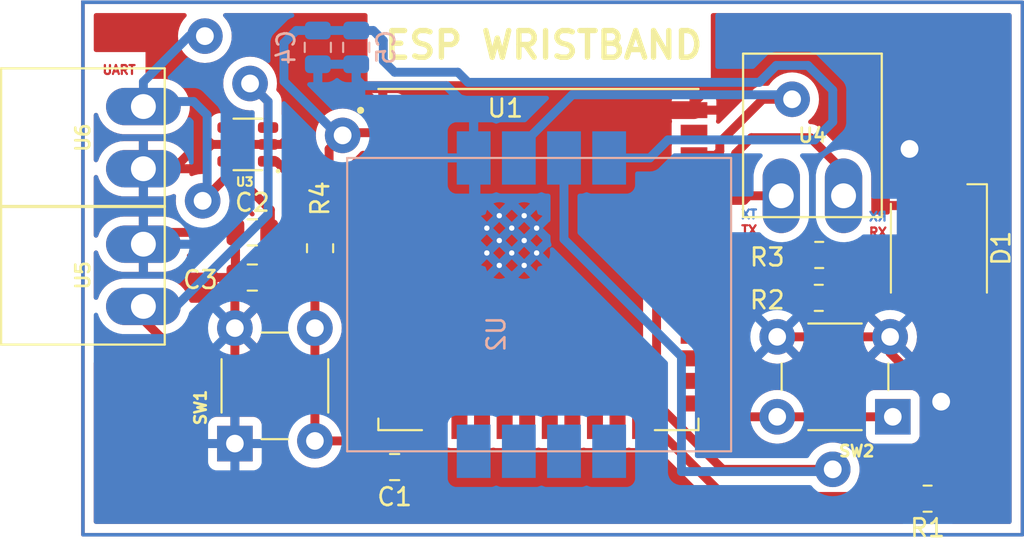
<source format=kicad_pcb>
(kicad_pcb (version 20211014) (generator pcbnew)
  (layers (0 "F.Cu" signal) (31 "B.Cu" signal) (34 "B.Paste" user) (35 "F.Paste" user) (36 "B.SilkS" user "B.Silkscreen") (37 "F.SilkS" user "F.Silkscreen") (38 "B.Mask" user) (39 "F.Mask" user) (44 "Edge.Cuts" user))
  (net 0 "")
  (net 1 "GND")
  (net 2 "Net-(C1-Pad2)")
  (net 3 "Net-(C2-Pad2)")
  (net 28 "Net-(U1-Pad34)")
  (net 29 "Net-(U1-Pad35)")
  (net 30 "Net-(U1-Pad36)")
  (net 32 "Net-(D1-Pad4)")
  (net 37 "Net-(R1-Pad2)")
  (net 38 "Net-(R2-Pad2)")
  (net 39 "Net-(R3-Pad2)")
  (net 40 "Net-(D1-Pad6)")
  (net 41 "Net-(SW2-Pad1)")
  (net 42 "Net-(D1-Pad5)")
  (net 43 "Net-(U1-Pad33)")
  (net 44 "Net-(U3-Pad1)")
  (footprint "MIC5504-2:SOT23-5P95_280X145XL45X37N" (layer "F.Cu") (at 147.066 59.817 180)
    (fp_text reference "U3" (at 0.174545 -2.111407) (layer "F.SilkS") (effects (font (size 0.481507 0.481507))))
    (fp_text value "MIC5504-2.5YM5-T5")
    (fp_line (start -0.8 1.45) (end 0.8 1.45) (layer "F.SilkS") (width 0.127))
    (fp_line (start 0.8 -1.45) (end -0.8 -1.45) (layer "F.SilkS") (width 0.127))
    (fp_circle (center -1.7 -1.5) (end -1.57 -1.5) (layer "F.SilkS") (width 0) (fill solid))
    (pad "1" smd roundrect locked (at -1.14 -0.95 270) (size 0.6 1.14) (layers "F.Cu" "F.Paste" "F.Mask") (roundrect_rratio 0.3) (net 44 "Net-(U3-Pad1)"))
    (pad "2" smd roundrect locked (at -1.14 0 270) (size 0.6 1.14) (layers "F.Cu" "F.Paste" "F.Mask") (roundrect_rratio 0.3) (net 1 "GND"))
    (pad "3" smd roundrect locked (at -1.14 0.95 270) (size 0.6 1.14) (layers "F.Cu" "F.Paste" "F.Mask") (roundrect_rratio 0.3) (net 44 "Net-(U3-Pad1)"))
    (pad "4" smd roundrect locked (at 1.14 0.95 270) (size 0.6 1.14) (layers "F.Cu" "F.Paste" "F.Mask") (roundrect_rratio 0.3))
    (pad "5" smd roundrect locked (at 1.14 -0.95 270) (size 0.6 1.14) (layers "F.Cu" "F.Paste" "F.Mask") (roundrect_rratio 0.3) (net 3 "Net-(C2-Pad2)"))
  )
  (footprint "Capacitor_SMD:C_0805_2012Metric" (layer "F.Cu") (at 147.32 64.77)
    (fp_text reference "C2" (at 0 -1.68) (layer "F.SilkS"))
    (fp_text value "22u")
    (fp_line (start -0.261252 -0.735) (end 0.261252 -0.735) (layer "F.SilkS") (width 0.12))
    (fp_line (start -0.261252 0.735) (end 0.261252 0.735) (layer "F.SilkS") (width 0.12))
    (pad "1" smd roundrect (at -0.95 0) (size 1 1.45) (layers "F.Cu" "F.Paste" "F.Mask") (net 1 "GND"))
    (pad "2" smd roundrect (at 0.95 0) (size 1 1.45) (layers "F.Cu" "F.Paste" "F.Mask") (net 3 "Net-(C2-Pad2)"))
  )
  (footprint "Capacitor_SMD:C_0805_2012Metric" (layer "F.Cu") (at 147.32 67.31)
    (fp_text reference "C3" (at -2.921 0.127) (layer "F.SilkS"))
    (fp_text value "100n")
    (fp_line (start -0.261252 0.735) (end 0.261252 0.735) (layer "F.SilkS") (width 0.12))
    (fp_line (start -0.261252 -0.735) (end 0.261252 -0.735) (layer "F.SilkS") (width 0.12))
    (pad "1" smd roundrect (at -0.95 0) (size 1 1.45) (layers "F.Cu" "F.Paste" "F.Mask") (net 1 "GND"))
    (pad "2" smd roundrect (at 0.95 0) (size 1 1.45) (layers "F.Cu" "F.Paste" "F.Mask") (net 3 "Net-(C2-Pad2)"))
  )
  (footprint "ESP32-WROOM-32UE_M113EH6400UH3Q0_:MODULE_ESP32-WROOM-32UE(M113EH6400UH3Q0)" (layer "F.Cu") (at 163.4075 66.298)
    (fp_text reference "U1" (at -1.8635 -8.513) (layer "F.SilkS"))
    (fp_text value "ESP32-WROOM-32UE(M113EH6400UH3Q0)")
    (fp_line (start -9 -9.6) (end 9 -9.6) (layer "F.SilkS") (width 0.127))
    (fp_line (start -9 8.95) (end -9 9.6) (layer "F.SilkS") (width 0.127))
    (fp_line (start 9 9.6) (end 9 8.95) (layer "F.SilkS") (width 0.127))
    (fp_line (start -9 9.6) (end -6.55 9.6) (layer "F.SilkS") (width 0.127))
    (fp_line (start 6.55 9.6) (end 9 9.6) (layer "F.SilkS") (width 0.127))
    (fp_circle (center -10 -8.4) (end -9.9 -8.4) (layer "F.SilkS") (width 0.2) (fill none))
    (pad "1" smd rect locked (at -8.75 -8.41) (size 1.5 0.9) (layers "F.Cu" "F.Paste" "F.Mask") (net 1 "GND"))
    (pad "2" smd rect locked (at -8.75 -7.14) (size 1.5 0.9) (layers "F.Cu" "F.Paste" "F.Mask") (net 3 "Net-(C2-Pad2)"))
    (pad "3" smd rect locked (at -8.75 -5.87) (size 1.5 0.9) (layers "F.Cu" "F.Paste" "F.Mask") (net 2 "Net-(C1-Pad2)"))
    (pad "4" smd rect locked (at -8.75 -4.6) (size 1.5 0.9) (layers "F.Cu" "F.Paste" "F.Mask"))
    (pad "5" smd rect locked (at -8.75 -3.33) (size 1.5 0.9) (layers "F.Cu" "F.Paste" "F.Mask"))
    (pad "6" smd rect locked (at -8.75 -2.06) (size 1.5 0.9) (layers "F.Cu" "F.Paste" "F.Mask"))
    (pad "7" smd rect locked (at -8.75 -0.79) (size 1.5 0.9) (layers "F.Cu" "F.Paste" "F.Mask"))
    (pad "8" smd rect locked (at -8.75 0.48) (size 1.5 0.9) (layers "F.Cu" "F.Paste" "F.Mask"))
    (pad "9" smd rect locked (at -8.75 1.75) (size 1.5 0.9) (layers "F.Cu" "F.Paste" "F.Mask"))
    (pad "10" smd rect locked (at -8.75 3.02) (size 1.5 0.9) (layers "F.Cu" "F.Paste" "F.Mask"))
    (pad "11" smd rect locked (at -8.75 4.29) (size 1.5 0.9) (layers "F.Cu" "F.Paste" "F.Mask"))
    (pad "12" smd rect locked (at -8.75 5.56) (size 1.5 0.9) (layers "F.Cu" "F.Paste" "F.Mask"))
    (pad "13" smd rect locked (at -8.75 6.83) (size 1.5 0.9) (layers "F.Cu" "F.Paste" "F.Mask"))
    (pad "14" smd rect locked (at -8.75 8.1) (size 1.5 0.9) (layers "F.Cu" "F.Paste" "F.Mask"))
    (pad "15" smd rect locked (at -5.71 9.35) (size 0.9 1.5) (layers "F.Cu" "F.Paste" "F.Mask") (net 1 "GND"))
    (pad "16" smd rect locked (at -4.44 9.35) (size 0.9 1.5) (layers "F.Cu" "F.Paste" "F.Mask"))
    (pad "17" smd rect locked (at -3.17 9.35) (size 0.9 1.5) (layers "F.Cu" "F.Paste" "F.Mask"))
    (pad "18" smd rect locked (at -1.9 9.35) (size 0.9 1.5) (layers "F.Cu" "F.Paste" "F.Mask"))
    (pad "19" smd rect locked (at -0.63 9.35) (size 0.9 1.5) (layers "F.Cu" "F.Paste" "F.Mask"))
    (pad "20" smd rect locked (at 0.64 9.35) (size 0.9 1.5) (layers "F.Cu" "F.Paste" "F.Mask"))
    (pad "21" smd rect locked (at 1.91 9.35) (size 0.9 1.5) (layers "F.Cu" "F.Paste" "F.Mask"))
    (pad "22" smd rect locked (at 3.18 9.35) (size 0.9 1.5) (layers "F.Cu" "F.Paste" "F.Mask"))
    (pad "23" smd rect locked (at 4.45 9.35) (size 0.9 1.5) (layers "F.Cu" "F.Paste" "F.Mask"))
    (pad "24" smd rect locked (at 5.72 9.35) (size 0.9 1.5) (layers "F.Cu" "F.Paste" "F.Mask") (net 37 "Net-(R1-Pad2)"))
    (pad "25" smd rect locked (at 8.75 8.1) (size 1.5 0.9) (layers "F.Cu" "F.Paste" "F.Mask") (net 41 "Net-(SW2-Pad1)"))
    (pad "26" smd rect locked (at 8.75 6.83) (size 1.5 0.9) (layers "F.Cu" "F.Paste" "F.Mask") (net 38 "Net-(R2-Pad2)"))
    (pad "27" smd rect locked (at 8.75 5.56) (size 1.5 0.9) (layers "F.Cu" "F.Paste" "F.Mask") (net 39 "Net-(R3-Pad2)"))
    (pad "28" smd rect locked (at 8.75 4.29) (size 1.5 0.9) (layers "F.Cu" "F.Paste" "F.Mask"))
    (pad "29" smd rect locked (at 8.75 3.02) (size 1.5 0.9) (layers "F.Cu" "F.Paste" "F.Mask"))
    (pad "30" smd rect locked (at 8.75 1.75) (size 1.5 0.9) (layers "F.Cu" "F.Paste" "F.Mask"))
    (pad "31" smd rect locked (at 8.75 0.48) (size 1.5 0.9) (layers "F.Cu" "F.Paste" "F.Mask"))
    (pad "32" smd rect locked (at 8.75 -0.79) (size 1.5 0.9) (layers "F.Cu" "F.Paste" "F.Mask"))
    (pad "33" smd rect locked (at 8.75 -2.06) (size 1.5 0.9) (layers "F.Cu" "F.Paste" "F.Mask") (net 43 "Net-(U1-Pad33)"))
    (pad "34" smd rect locked (at 8.75 -3.33) (size 1.5 0.9) (layers "F.Cu" "F.Paste" "F.Mask") (net 28 "Net-(U1-Pad34)"))
    (pad "35" smd rect locked (at 8.75 -4.6) (size 1.5 0.9) (layers "F.Cu" "F.Paste" "F.Mask") (net 29 "Net-(U1-Pad35)"))
    (pad "36" smd rect locked (at 8.75 -5.87) (size 1.5 0.9) (layers "F.Cu" "F.Paste" "F.Mask") (net 30 "Net-(U1-Pad36)"))
    (pad "37" smd rect locked (at 8.75 -7.14) (size 1.5 0.9) (layers "F.Cu" "F.Paste" "F.Mask"))
    (pad "38" smd rect locked (at 8.75 -8.41) (size 1.5 0.9) (layers "F.Cu" "F.Paste" "F.Mask") (net 1 "GND"))
    (pad "39_1" smd rect locked (at -2.9 -2.47) (size 0.9 0.9) (layers "F.Cu" "F.Paste" "F.Mask") (net 1 "GND"))
    (pad "39_2" smd rect locked (at -1.5 -2.47) (size 0.9 0.9) (layers "F.Cu" "F.Paste" "F.Mask") (net 1 "GND"))
    (pad "39_3" smd rect locked (at -0.1 -2.47) (size 0.9 0.9) (layers "F.Cu" "F.Paste" "F.Mask") (net 1 "GND"))
    (pad "39_4" smd rect locked (at -2.9 -1.07) (size 0.9 0.9) (layers "F.Cu" "F.Paste" "F.Mask") (net 1 "GND"))
    (pad "39_5" smd rect locked (at -1.5 -1.07) (size 0.9 0.9) (layers "F.Cu" "F.Paste" "F.Mask") (net 1 "GND"))
    (pad "39_6" smd rect locked (at -0.1 -1.07) (size 0.9 0.9) (layers "F.Cu" "F.Paste" "F.Mask") (net 1 "GND"))
    (pad "39_7" smd rect locked (at -2.9 0.33) (size 0.9 0.9) (layers "F.Cu" "F.Paste" "F.Mask") (net 1 "GND"))
    (pad "39_8" smd rect locked (at -1.5 0.33) (size 0.9 0.9) (layers "F.Cu" "F.Paste" "F.Mask") (net 1 "GND"))
    (pad "39_9" smd rect locked (at -0.1 0.33) (size 0.9 0.9) (layers "F.Cu" "F.Paste" "F.Mask") (net 1 "GND"))
    (pad "39_10" thru_hole circle locked (at -2.2 -2.47) (size 0.5 0.5) (drill 0.3) (layers *.Cu *.Mask) (net 1 "GND"))
    (pad "39_11" thru_hole circle locked (at -0.8 -2.47) (size 0.5 0.5) (drill 0.3) (layers *.Cu *.Mask) (net 1 "GND"))
    (pad "39_12" thru_hole circle locked (at -2.9 -1.77) (size 0.5 0.5) (drill 0.3) (layers *.Cu *.Mask) (net 1 "GND"))
    (pad "39_13" thru_hole circle locked (at -1.5 -1.77) (size 0.5 0.5) (drill 0.3) (layers *.Cu *.Mask) (net 1 "GND"))
    (pad "39_14" thru_hole circle locked (at -0.1 -1.77) (size 0.5 0.5) (drill 0.3) (layers *.Cu *.Mask) (net 1 "GND"))
    (pad "39_15" thru_hole circle locked (at -2.2 -1.07) (size 0.5 0.5) (drill 0.3) (layers *.Cu *.Mask) (net 1 "GND"))
    (pad "39_16" thru_hole circle locked (at -0.8 -1.07) (size 0.5 0.5) (drill 0.3) (layers *.Cu *.Mask) (net 1 "GND"))
    (pad "39_17" thru_hole circle locked (at -2.9 -0.37) (size 0.5 0.5) (drill 0.3) (layers *.Cu *.Mask) (net 1 "GND"))
    (pad "39_18" thru_hole circle locked (at -1.5 -0.37) (size 0.5 0.5) (drill 0.3) (layers *.Cu *.Mask) (net 1 "GND"))
    (pad "39_19" thru_hole circle locked (at -0.1 -0.37) (size 0.5 0.5) (drill 0.3) (layers *.Cu *.Mask) (net 1 "GND"))
    (pad "39_20" thru_hole circle locked (at -2.2 0.33) (size 0.5 0.5) (drill 0.3) (layers *.Cu *.Mask) (net 1 "GND"))
    (pad "39_21" thru_hole circle locked (at -0.8 0.33) (size 0.5 0.5) (drill 0.3) (layers *.Cu *.Mask) (net 1 "GND"))
  )
  (footprint "Capacitor_SMD:C_0805_2012Metric" (layer "F.Cu") (at 155.321 77.978 180)
    (fp_text reference "C1" (at 0 -1.68) (layer "F.SilkS"))
    (fp_text value "1u")
    (fp_line (start -0.261252 0.735) (end 0.261252 0.735) (layer "F.SilkS") (width 0.12))
    (fp_line (start -0.261252 -0.735) (end 0.261252 -0.735) (layer "F.SilkS") (width 0.12))
    (pad "1" smd roundrect (at -0.95 0 180) (size 1 1.45) (layers "F.Cu" "F.Paste" "F.Mask") (net 1 "GND"))
    (pad "2" smd roundrect (at 0.95 0 180) (size 1 1.45) (layers "F.Cu" "F.Paste" "F.Mask") (net 2 "Net-(C1-Pad2)"))
  )
  (footprint "15EDGRC-3:15EDGRC-3.5-2P-PAK" (layer "F.Cu") (at 137.795 67.183 90)
    (fp_text reference "U5" (at 0 0 90) (layer "F.SilkS") (effects (font (size 0.787402 0.787402))))
    (fp_text value "15EDGRC-3.5-2P")
    (fp_line (start -3.9 -4.6) (end -3.9 4.6) (layer "F.SilkS") (width 0.127))
    (fp_line (start -3.9 4.6) (end 3.9 4.6) (layer "F.SilkS") (width 0.127))
    (fp_line (start 3.9 -4.6) (end -3.9 -4.6) (layer "F.SilkS") (width 0.127))
    (fp_line (start 3.9 4.6) (end 3.9 -4.6) (layer "F.SilkS") (width 0.127))
    (pad "P$1" thru_hole oval locked (at -1.75 3.4 90) (size 2.1 4.2) (drill 1.4) (layers *.Cu *.Mask) (net 44 "Net-(U3-Pad1)"))
    (pad "P$2" thru_hole oval locked (at 1.75 3.4 90) (size 2.1 4.2) (drill 1.4) (layers *.Cu *.Mask) (net 1 "GND"))
  )
  (footprint "button:TE_3-1825910-1" (layer "F.Cu") (at 148.59 73.406 90)
    (fp_text reference "SW1" (at -1.219648 -4.182039 90) (layer "F.SilkS") (effects (font (size 0.640864 0.640864))))
    (fp_text value "EN")
    (fp_line (start -1.5 3) (end 1.5 3) (layer "F.SilkS") (width 0.127))
    (fp_line (start 3 -0.75) (end 3 0.75) (layer "F.SilkS") (width 0.127))
    (fp_line (start -1.5 -3) (end 1.5 -3) (layer "F.SilkS") (width 0.127))
    (fp_line (start -3 0.75) (end -3 -0.75) (layer "F.SilkS") (width 0.127))
    (pad "1" thru_hole rect locked (at -3.25 -2.25 90) (size 2 2) (drill 0.99) (layers *.Cu *.Mask) (net 1 "GND"))
    (pad "2" thru_hole circle locked (at 3.25 -2.25 90) (size 2 2) (drill 0.99) (layers *.Cu *.Mask) (net 1 "GND"))
    (pad "3" thru_hole circle locked (at -3.1 2.25 90) (size 2 2) (drill 0.99) (layers *.Cu *.Mask) (net 2 "Net-(C1-Pad2)"))
    (pad "4" thru_hole circle locked (at 3.25 2.25 90) (size 2 2) (drill 0.99) (layers *.Cu *.Mask) (net 2 "Net-(C1-Pad2)"))
  )
  (footprint "15EDGRC-3:15EDGRC-3.5-2P-PAK" (layer "F.Cu") (at 178.816 59.309)
    (fp_text reference "U4" (at 0 0) (layer "F.SilkS") (effects (font (size 0.787402 0.787402))))
    (fp_text value "15EDGRC-3.5-2P")
    (fp_line (start 3.9 4.6) (end 3.9 -4.6) (layer "F.SilkS") (width 0.127))
    (fp_line (start -3.9 4.6) (end 3.9 4.6) (layer "F.SilkS") (width 0.127))
    (fp_line (start -3.9 -4.6) (end -3.9 4.6) (layer "F.SilkS") (width 0.127))
    (fp_line (start 3.9 -4.6) (end -3.9 -4.6) (layer "F.SilkS") (width 0.127))
    (pad "P$1" thru_hole oval locked (at -1.75 3.4) (size 2.1 4.2) (drill 1.4) (layers *.Cu *.Mask) (net 28 "Net-(U1-Pad34)"))
    (pad "P$2" thru_hole oval locked (at 1.75 3.4) (size 2.1 4.2) (drill 1.4) (layers *.Cu *.Mask) (net 29 "Net-(U1-Pad35)"))
  )
  (footprint "LED_SMD:LED_RGB_5050-6" (layer "F.Cu") (at 185.928 65.659 -90)
    (fp_text reference "D1" (at 0 -3.5 90) (layer "F.SilkS"))
    (fp_text value "LED_RGB")
    (fp_line (start 2.5 2.7) (end -2.5 2.7) (layer "F.SilkS") (width 0.12))
    (fp_line (start -3.6 -2.7) (end 2.5 -2.7) (layer "F.SilkS") (width 0.12))
    (fp_line (start -3.6 -1.6) (end -3.6 -2.7) (layer "F.SilkS") (width 0.12))
    (pad "1" smd rect (at -2.4 -1.7) (size 1.1 2) (layers "F.Cu" "F.Paste" "F.Mask") (net 1 "GND"))
    (pad "2" smd rect (at -2.4 0) (size 1.1 2) (layers "F.Cu" "F.Paste" "F.Mask") (net 1 "GND"))
    (pad "3" smd rect (at -2.4 1.7) (size 1.1 2) (layers "F.Cu" "F.Paste" "F.Mask") (net 1 "GND"))
    (pad "4" smd rect (at 2.4 1.7) (size 1.1 2) (layers "F.Cu" "F.Paste" "F.Mask") (net 32 "Net-(D1-Pad4)"))
    (pad "5" smd rect (at 2.4 0) (size 1.1 2) (layers "F.Cu" "F.Paste" "F.Mask") (net 42 "Net-(D1-Pad5)"))
    (pad "6" smd rect (at 2.4 -1.7) (size 1.1 2) (layers "F.Cu" "F.Paste" "F.Mask") (net 40 "Net-(D1-Pad6)"))
  )
  (footprint "15EDGRC-3:15EDGRC-3.5-2P-PAK" (layer "F.Cu") (at 137.795 59.436 90)
    (fp_text reference "U6" (at 0 0 90) (layer "F.SilkS") (effects (font (size 0.787402 0.787402))))
    (fp_text value "15EDGRC-3.5-2P")
    (fp_line (start -3.9 4.6) (end 3.9 4.6) (layer "F.SilkS") (width 0.127))
    (fp_line (start -3.9 -4.6) (end -3.9 4.6) (layer "F.SilkS") (width 0.127))
    (fp_line (start 3.9 4.6) (end 3.9 -4.6) (layer "F.SilkS") (width 0.127))
    (fp_line (start 3.9 -4.6) (end -3.9 -4.6) (layer "F.SilkS") (width 0.127))
    (pad "P$1" thru_hole oval locked (at -1.75 3.4 90) (size 2.1 4.2) (drill 1.4) (layers *.Cu *.Mask) (net 1 "GND"))
    (pad "P$2" thru_hole oval locked (at 1.75 3.4 90) (size 2.1 4.2) (drill 1.4) (layers *.Cu *.Mask) (net 3 "Net-(C2-Pad2)"))
  )
  (footprint "Resistor_SMD:R_0805_2012Metric" (layer "F.Cu") (at 179.197 66.04 180)
    (fp_text reference "R3" (at 2.921 -0.127) (layer "F.SilkS"))
    (fp_text value "68")
    (fp_line (start -0.227064 -0.735) (end 0.227064 -0.735) (layer "F.SilkS") (width 0.12))
    (fp_line (start -0.227064 0.735) (end 0.227064 0.735) (layer "F.SilkS") (width 0.12))
    (pad "1" smd roundrect (at -0.9125 0 180) (size 1.025 1.4) (layers "F.Cu" "F.Paste" "F.Mask") (roundrect_rratio 0.243902439) (net 42 "Net-(D1-Pad5)"))
    (pad "2" smd roundrect (at 0.9125 0 180) (size 1.025 1.4) (layers "F.Cu" "F.Paste" "F.Mask") (roundrect_rratio 0.243902439) (net 39 "Net-(R3-Pad2)"))
  )
  (footprint "button:TE_3-1825910-1" (layer "F.Cu") (at 180.086 72.898 180)
    (fp_text reference "SW2" (at -1.219648 -4.182039) (layer "F.SilkS") (effects (font (size 0.640864 0.640864))))
    (fp_text value "BOOT")
    (fp_line (start -1.5 3) (end 1.5 3) (layer "F.SilkS") (width 0.127))
    (fp_line (start 3 -0.75) (end 3 0.75) (layer "F.SilkS") (width 0.127))
    (fp_line (start -1.5 -3) (end 1.5 -3) (layer "F.SilkS") (width 0.127))
    (fp_line (start -3 0.75) (end -3 -0.75) (layer "F.SilkS") (width 0.127))
    (pad "1" thru_hole rect locked (at -3.25 -2.25 180) (size 2 2) (drill 0.99) (layers *.Cu *.Mask) (net 41 "Net-(SW2-Pad1)"))
    (pad "2" thru_hole circle locked (at 3.25 -2.25 180) (size 2 2) (drill 0.99) (layers *.Cu *.Mask) (net 41 "Net-(SW2-Pad1)"))
    (pad "3" thru_hole circle locked (at -3.1 2.25 180) (size 2 2) (drill 0.99) (layers *.Cu *.Mask) (net 1 "GND"))
    (pad "4" thru_hole circle locked (at 3.25 2.25 180) (size 2 2) (drill 0.99) (layers *.Cu *.Mask) (net 1 "GND"))
  )
  (footprint "Resistor_SMD:R_0805_2012Metric" (layer "F.Cu") (at 179.1735 68.453 180)
    (fp_text reference "R2" (at 2.8975 -0.127) (layer "F.SilkS"))
    (fp_text value "68")
    (fp_line (start -0.227064 0.735) (end 0.227064 0.735) (layer "F.SilkS") (width 0.12))
    (fp_line (start -0.227064 -0.735) (end 0.227064 -0.735) (layer "F.SilkS") (width 0.12))
    (pad "1" smd roundrect (at -0.9125 0 180) (size 1.025 1.4) (layers "F.Cu" "F.Paste" "F.Mask") (roundrect_rratio 0.243902439) (net 32 "Net-(D1-Pad4)"))
    (pad "2" smd roundrect (at 0.9125 0 180) (size 1.025 1.4) (layers "F.Cu" "F.Paste" "F.Mask") (roundrect_rratio 0.243902439) (net 38 "Net-(R2-Pad2)"))
  )
  (footprint "Resistor_SMD:R_0805_2012Metric" (layer "F.Cu") (at 151.13 65.659 90)
    (fp_text reference "R4" (at 2.794 0 90) (layer "F.SilkS"))
    (fp_text value "10k")
    (fp_line (start -0.227064 0.735) (end 0.227064 0.735) (layer "F.SilkS") (width 0.12))
    (fp_line (start -0.227064 -0.735) (end 0.227064 -0.735) (layer "F.SilkS") (width 0.12))
    (pad "1" smd roundrect (at -0.9125 0 90) (size 1.025 1.4) (layers "F.Cu" "F.Paste" "F.Mask") (roundrect_rratio 0.243902439) (net 2 "Net-(C1-Pad2)"))
    (pad "2" smd roundrect (at 0.9125 0 90) (size 1.025 1.4) (layers "F.Cu" "F.Paste" "F.Mask") (roundrect_rratio 0.243902439) (net 3 "Net-(C2-Pad2)"))
  )
  (footprint "Resistor_SMD:R_0805_2012Metric" (layer "F.Cu") (at 185.293 79.756 180)
    (fp_text reference "R1" (at 0 -1.65) (layer "F.SilkS"))
    (fp_text value "68")
    (fp_line (start -0.227064 0.735) (end 0.227064 0.735) (layer "F.SilkS") (width 0.12))
    (fp_line (start -0.227064 -0.735) (end 0.227064 -0.735) (layer "F.SilkS") (width 0.12))
    (pad "1" smd roundrect (at -0.9125 0 180) (size 1.025 1.4) (layers "F.Cu" "F.Paste" "F.Mask") (roundrect_rratio 0.243902439) (net 40 "Net-(D1-Pad6)"))
    (pad "2" smd roundrect (at 0.9125 0 180) (size 1.025 1.4) (layers "F.Cu" "F.Paste" "F.Mask") (roundrect_rratio 0.243902439) (net 37 "Net-(R1-Pad2)"))
  )
  (footprint "Capacitor_SMD:C_0805_2012Metric" (layer "B.Cu") (at 151.003 54.356 90)
    (fp_text reference "C4" (at 0 -1.778 90) (layer "B.SilkS") (effects (justify mirror)))
    (fp_text value "10u")
    (fp_line (start -0.261252 0.735) (end 0.261252 0.735) (layer "B.SilkS") (width 0.12))
    (fp_line (start -0.261252 -0.735) (end 0.261252 -0.735) (layer "B.SilkS") (width 0.12))
    (pad "1" smd roundrect (at -0.95 0 90) (size 1 1.45) (layers "B.Cu" "B.Paste" "B.Mask") (net 1 "GND"))
    (pad "2" smd roundrect (at 0.95 0 90) (size 1 1.45) (layers "B.Cu" "B.Paste" "B.Mask") (net 3 "Net-(C2-Pad2)"))
  )
  (footprint "Capacitor_SMD:C_0805_2012Metric" (layer "B.Cu") (at 153.162 54.356 90)
    (fp_text reference "C5" (at 0 1.68 90) (layer "B.SilkS") (effects (justify mirror)))
    (fp_text value "10u")
    (fp_line (start -0.261252 0.735) (end 0.261252 0.735) (layer "B.SilkS") (width 0.12))
    (fp_line (start -0.261252 -0.735) (end 0.261252 -0.735) (layer "B.SilkS") (width 0.12))
    (pad "1" smd roundrect (at -0.95 0 90) (size 1 1.45) (layers "B.Cu" "B.Paste" "B.Mask") (net 1 "GND"))
    (pad "2" smd roundrect (at 0.95 0 90) (size 1 1.45) (layers "B.Cu" "B.Paste" "B.Mask") (net 3 "Net-(C2-Pad2)"))
  )
  (footprint "ESP32-WROOM-32UE_M113EH6400UH3Q0_:Hartsensor" (layer "B.Cu") (at 162.814 70.739)
    (fp_text reference "U2" (at -1.778 -0.254 90) (layer "B.SilkS") (effects (justify mirror)))
    (fp_text value "MAX30102")
    (fp_line (start 11.43 -10.16) (end -10.16 -10.16) (layer "B.SilkS") (width 0.12))
    (fp_line (start 11.43 6.35) (end 11.43 -10.16) (layer "B.SilkS") (width 0.12))
    (fp_line (start -10.16 6.35) (end 11.43 6.35) (layer "B.SilkS") (width 0.12))
    (fp_line (start -10.16 -10.16) (end -10.16 6.35) (layer "B.SilkS") (width 0.12))
    (pad "1" smd rect (at 4.572 6.35 270) (size 3 1.9) (layers "B.Cu" "B.Paste" "B.Mask"))
    (pad "2" smd rect (at 2.032 6.35 270) (size 3 1.9) (layers "B.Cu" "B.Paste" "B.Mask"))
    (pad "3" smd rect (at -0.508 6.35 270) (size 3 1.9) (layers "B.Cu" "B.Paste" "B.Mask"))
    (pad "4" smd rect (at -3.048 6.35 270) (size 3 1.9) (layers "B.Cu" "B.Paste" "B.Mask"))
    (pad "5" smd rect (at 4.572 -10.16 270) (size 3 1.9) (layers "B.Cu" "B.Paste" "B.Mask") (net 3 "Net-(C2-Pad2)"))
    (pad "6" smd rect (at 2.032 -10.16 270) (size 3 1.9) (layers "B.Cu" "B.Paste" "B.Mask") (net 43 "Net-(U1-Pad33)"))
    (pad "7" smd rect (at -0.508 -10.16 270) (size 3 1.9) (layers "B.Cu" "B.Paste" "B.Mask") (net 30 "Net-(U1-Pad36)"))
    (pad "8" smd rect (at -3.048 -10.16 270) (size 3 1.9) (layers "B.Cu" "B.Paste" "B.Mask") (net 1 "GND"))
  )
  (gr_rect (start 137.795 51.816) (end 190.627 81.788) (layer "F.Cu") (width 0.2) (fill none))
  (gr_rect (start 137.795 51.816) (end 190.627 81.788) (layer "B.Cu") (width 0.2) (fill none))
  (gr_text "( :" (at 186.055 55.245 90) (layer "F.Cu") (effects (font (size 1.5 1.5) (thickness 0.3))))
  (gr_text "RX\n" (at 182.499 64.77) (layer "F.Cu") (effects (font (size 0.5 0.5) (thickness 0.125))))
  (gr_text "TX" (at 175.26 64.643) (layer "F.Cu") (effects (font (size 0.5 0.5) (thickness 0.125))))
  (gr_text "POWER\n" (at 139.7 70.993) (layer "F.Cu") (effects (font (size 0.5 0.5) (thickness 0.125))))
  (gr_text "_\n" (at 144.145 65.532) (layer "F.Cu") (effects (font (size 1 1) (thickness 0.25))))
  (gr_text "+ " (at 144.018 70.231) (layer "F.Cu") (effects (font (size 1 1) (thickness 0.25))))
  (gr_text "UART" (at 139.827 55.626) (layer "F.Cu") (effects (font (size 0.5 0.5) (thickness 0.125))))
  (gr_text "RX" (at 182.499 63.881) (layer "B.Cu") (effects (font (size 0.5 0.5) (thickness 0.125)) (justify mirror)))
  (gr_text "TX\n" (at 175.26 63.754) (layer "B.Cu") (effects (font (size 0.5 0.5) (thickness 0.125)) (justify mirror)))
  (gr_text "ESP WRISTBAND" (at 163.703 54.229) (layer "F.SilkS") (effects (font (size 1.5 1.5) (thickness 0.3))))
  (segment (start 142.903 61.186) (end 141.195 61.186) (width 0.5) (layer "F.Cu") (net 1))
  (segment (start 183.186 71.553) (end 183.186 70.648) (width 0.5) (layer "F.Cu") (net 1))
  (segment (start 176.836 70.648) (end 183.186 70.648) (width 0.5) (layer "F.Cu") (net 1))
  (segment (start 146.37 64.77) (end 141.858 64.77) (width 0.5) (layer "F.Cu") (net 1))
  (segment (start 184.277 60.071) (end 184.277 63.21) (width 0.5) (layer "F.Cu") (net 1))
  (segment (start 141.858 64.77) (end 141.195 65.433) (width 0.5) (layer "F.Cu") (net 1))
  (segment (start 148.206 59.817) (end 144.272 59.817) (width 0.5) (layer "F.Cu") (net 1))
  (segment (start 156.271 77.0745) (end 157.6975 75.648) (width 0.5) (layer "F.Cu") (net 1))
  (segment (start 178.562 55.118) (end 174.498 55.118) (width 0.5) (layer "F.Cu") (net 1))
  (segment (start 156.271 77.978) (end 156.271 77.0745) (width 0.5) (layer "F.Cu") (net 1))
  (segment (start 151.638 57.15) (end 153.9195 57.15) (width 0.5) (layer "F.Cu") (net 1))
  (segment (start 184.277 63.21) (end 184.228 63.259) (width 0.5) (layer "F.Cu") (net 1))
  (segment (start 160.5075 66.628) (end 157.6975 69.438) (width 1) (layer "F.Cu") (net 1))
  (segment (start 172.1575 57.4585) (end 172.1575 57.888) (width 0.5) (layer "F.Cu") (net 1))
  (segment (start 163.3075 63.828) (end 169.2475 57.888) (width 1) (layer "F.Cu") (net 1))
  (segment (start 163.3075 63.828) (end 160.5075 63.828) (width 2) (layer "F.Cu") (net 1))
  (segment (start 146.34 70.156) (end 146.34 67.34) (width 0.5) (layer "F.Cu") (net 1))
  (segment (start 146.37 64.77) (end 146.37 67.31) (width 0.5) (layer "F.Cu") (net 1))
  (segment (start 146.34 70.156) (end 146.34 76.656) (width 0.5) (layer "F.Cu") (net 1))
  (segment (start 183.515 60.071) (end 178.562 55.118) (width 0.5) (layer "F.Cu") (net 1))
  (segment (start 163.3075 66.628) (end 163.3075 63.828) (width 2) (layer "F.Cu") (net 1))
  (segment (start 184.277 60.071) (end 183.515 60.071) (width 0.5) (layer "F.Cu") (net 1))
  (segment (start 169.2475 57.888) (end 172.1575 57.888) (width 1) (layer "F.Cu") (net 1))
  (segment (start 174.498 55.118) (end 172.1575 57.4585) (width 0.5) (layer "F.Cu") (net 1))
  (segment (start 144.272 59.817) (end 142.903 61.186) (width 0.5) (layer "F.Cu") (net 1))
  (segment (start 146.34 67.34) (end 146.37 67.31) (width 0.5) (layer "F.Cu") (net 1))
  (segment (start 153.9195 57.15) (end 154.6575 57.888) (width 0.5) (layer "F.Cu") (net 1))
  (segment (start 160.5075 66.628) (end 163.3075 66.628) (width 2) (layer "F.Cu") (net 1))
  (segment (start 186.055 74.295) (end 185.928 74.295) (width 0.5) (layer "F.Cu") (net 1))
  (segment (start 160.5075 63.828) (end 160.5075 62.378) (width 1) (layer "F.Cu") (net 1))
  (segment (start 185.928 74.295) (end 183.186 71.553) (width 0.5) (layer "F.Cu") (net 1))
  (segment (start 157.6975 69.438) (end 157.6975 75.648) (width 1) (layer "F.Cu") (net 1))
  (segment (start 156.0175 57.888) (end 154.6575 57.888) (width 1) (layer "F.Cu") (net 1))
  (segment (start 148.206 59.817) (end 148.971 59.817) (width 0.5) (layer "F.Cu") (net 1))
  (segment (start 160.5075 63.828) (end 160.5075 66.628) (width 2) (layer "F.Cu") (net 1))
  (segment (start 160.5075 62.378) (end 156.0175 57.888) (width 1) (layer "F.Cu") (net 1))
  (segment (start 187.628 63.259) (end 184.228 63.259) (width 0.5) (layer "F.Cu") (net 1))
  (segment (start 148.971 59.817) (end 151.638 57.15) (width 0.5) (layer "F.Cu") (net 1))
  (via (at 184.277 60.071) (size 2) (drill 1) (layers "F.Cu" "B.Cu") (net 1))
  (via (at 186.055 74.295) (size 2) (drill 1) (layers "F.Cu" "B.Cu") (net 1))
  (segment (start 185.674 68.072) (end 184.277 66.675) (width 0.5) (layer "B.Cu") (net 1))
  (segment (start 157.31148 80.47648) (end 186.73152 80.47648) (width 0.5) (layer "B.Cu") (net 1))
  (segment (start 186.73152 80.47648) (end 186.817 80.391) (width 0.5) (layer "B.Cu") (net 1))
  (segment (start 184.277 66.675) (end 184.277 60.071) (width 0.5) (layer "B.Cu") (net 1))
  (segment (start 153.543 56.515) (end 158.242 56.515) (width 0.5) (layer "B.Cu") (net 1))
  (segment (start 153.162 55.306) (end 153.162 56.134) (width 0.5) (layer "B.Cu") (net 1))
  (segment (start 159.893 72.136) (end 156.845 75.184) (width 0.5) (layer "B.Cu") (net 1))
  (segment (start 159.766 60.579) (end 159.893 60.706) (width 0.5) (layer "B.Cu") (net 1))
  (segment (start 158.242 56.515) (end 159.766 58.039) (width 0.5) (layer "B.Cu") (net 1))
  (segment (start 186.055 74.295) (end 185.674 73.914) (width 0.5) (layer "B.Cu") (net 1))
  (segment (start 141.195 61.186) (end 141.195 65.433) (width 0.5) (layer "B.Cu") (net 1))
  (segment (start 186.817 80.391) (end 186.817 75.057) (width 0.5) (layer "B.Cu") (net 1))
  (segment (start 156.845 80.01) (end 157.31148 80.47648) (width 0.5) (layer "B.Cu") (net 1))
  (segment (start 156.845 75.184) (end 156.845 80.01) (width 0.5) (layer "B.Cu") (net 1))
  (segment (start 159.766 58.039) (end 159.766 60.579) (width 0.5) (layer "B.Cu") (net 1))
  (segment (start 153.162 56.134) (end 153.543 56.515) (width 0.5) (layer "B.Cu") (net 1))
  (segment (start 186.817 75.057) (end 186.055 74.295) (width 0.5) (layer "B.Cu") (net 1))
  (segment (start 159.893 60.706) (end 159.893 72.136) (width 0.5) (layer "B.Cu") (net 1))
  (segment (start 185.674 73.914) (end 185.674 68.072) (width 0.5) (layer "B.Cu") (net 1))
  (segment (start 150.84 76.506) (end 152.899 76.506) (width 0.5) (layer "F.Cu") (net 2))
  (segment (start 150.84 70.156) (end 150.84 76.506) (width 0.5) (layer "F.Cu") (net 2))
  (segment (start 150.84 66.8615) (end 151.13 66.5715) (width 0.5) (layer "F.Cu") (net 2))
  (segment (start 152.899 76.506) (end 154.371 77.978) (width 0.5) (layer "F.Cu") (net 2))
  (segment (start 152.781 61.214) (end 153.567 60.428) (width 0.5) (layer "F.Cu") (net 2))
  (segment (start 150.84 70.156) (end 150.84 66.8615) (width 0.5) (layer "F.Cu") (net 2))
  (segment (start 153.567 60.428) (end 154.6575 60.428) (width 0.5) (layer "F.Cu") (net 2))
  (segment (start 152.2495 66.5715) (end 152.781 66.04) (width 0.5) (layer "F.Cu") (net 2))
  (segment (start 152.781 66.04) (end 152.781 61.214) (width 0.5) (layer "F.Cu") (net 2))
  (segment (start 151.13 66.5715) (end 152.2495 66.5715) (width 0.5) (layer "F.Cu") (net 2))
  (segment (start 152.4 59.309) (end 152.551 59.158) (width 0.5) (layer "F.Cu") (net 3))
  (segment (start 151.638 60.071) (end 152.4 59.309) (width 0.5) (layer "F.Cu") (net 3))
  (segment (start 148.27 64.77) (end 148.336 64.704) (width 0.5) (layer "F.Cu") (net 3))
  (segment (start 152.4 59.309) (end 152.146 59.309) (width 0.5) (layer "F.Cu") (net 3))
  (segment (start 148.336 63.5) (end 145.926 61.09) (width 0.5) (layer "F.Cu") (net 3))
  (segment (start 151.13 64.7465) (end 151.13 64.643) (width 0.5) (layer "F.Cu") (net 3))
  (segment (start 145.926 61.592) (end 145.926 60.767) (width 0.5) (layer "F.Cu") (net 3))
  (segment (start 148.27 67.31) (end 148.27 64.77) (width 0.5) (layer "F.Cu") (net 3))
  (segment (start 148.336 64.704) (end 148.336 63.5) (width 0.5) (layer "F.Cu") (net 3))
  (segment (start 145.926 61.09) (end 145.926 60.767) (width 0.5) (layer "F.Cu") (net 3))
  (segment (start 151.13 64.643) (end 151.638 64.135) (width 0.5) (layer "F.Cu") (net 3))
  (segment (start 144.526 62.992) (end 145.926 61.592) (width 0.5) (layer "F.Cu") (net 3))
  (segment (start 151.638 64.135) (end 151.638 60.071) (width 0.5) (layer "F.Cu") (net 3))
  (segment (start 152.551 59.158) (end 154.6575 59.158) (width 0.5) (layer "F.Cu") (net 3))
  (via (at 144.653 53.721) (size 2) (drill 1) (layers "F.Cu" "B.Cu") (net 3))
  (via (at 152.4 59.309) (size 2) (drill 1) (layers "F.Cu" "B.Cu") (net 3))
  (via (at 144.526 62.992) (size 2) (drill 1) (layers "F.Cu" "B.Cu") (net 3))
  (segment (start 178.562 55.372) (end 176.784 55.372) (width 0.5) (layer "B.Cu") (net 3))
  (segment (start 178.943 59.563) (end 179.959 58.547) (width 0.5) (layer "B.Cu") (net 3))
  (segment (start 179.959 56.769) (end 178.562 55.372) (width 0.5) (layer "B.Cu") (net 3))
  (segment (start 158.877 55.753) (end 155.321 55.753) (width 0.5) (layer "B.Cu") (net 3))
  (segment (start 152.146 59.309) (end 152.4 59.309) (width 0.5) (layer "B.Cu") (net 3))
  (segment (start 149.794 53.406) (end 149.098 54.102) (width 0.5) (layer "B.Cu") (net 3))
  (segment (start 141.477 57.404) (end 141.195 57.686) (width 0.5) (layer "B.Cu") (net 3))
  (segment (start 149.098 54.102) (end 149.098 56.261) (width 0.5) (layer "B.Cu") (net 3))
  (segment (start 169.672 60.579) (end 170.688 59.563) (width 0.5) (layer "B.Cu") (net 3))
  (segment (start 170.688 59.563) (end 178.943 59.563) (width 0.5) (layer "B.Cu") (net 3))
  (segment (start 159.44748 56.32348) (end 158.877 55.753) (width 0.5) (layer "B.Cu") (net 3))
  (segment (start 155.321 55.753) (end 154.686 55.118) (width 0.5) (layer "B.Cu") (net 3))
  (segment (start 152.4 59.309) (end 152.781 58.928) (width 0.5) (layer "B.Cu") (net 3))
  (segment (start 141.195 56.29) (end 143.764 53.721) (width 0.5) (layer "B.Cu") (net 3))
  (segment (start 151.003 53.406) (end 153.162 53.406) (width 0.5) (layer "B.Cu") (net 3))
  (segment (start 144.018 57.404) (end 141.477 57.404) (width 0.5) (layer "B.Cu") (net 3))
  (segment (start 152.273 59.182) (end 152.4 59.309) (width 0.5) (layer "B.Cu") (net 3))
  (segment (start 141.195 57.686) (end 141.195 56.29) (width 0.5) (layer "B.Cu") (net 3))
  (segment (start 154.686 53.975) (end 154.117 53.406) (width 0.5) (layer "B.Cu") (net 3))
  (segment (start 175.83252 56.32348) (end 159.44748 56.32348) (width 0.5) (layer "B.Cu") (net 3))
  (segment (start 176.784 55.372) (end 175.83252 56.32348) (width 0.5) (layer "B.Cu") (net 3))
  (segment (start 179.959 58.547) (end 179.959 56.769) (width 0.5) (layer "B.Cu") (net 3))
  (segment (start 144.78 62.738) (end 144.78 58.166) (width 0.5) (layer "B.Cu") (net 3))
  (segment (start 143.764 53.721) (end 144.653 53.721) (width 0.5) (layer "B.Cu") (net 3))
  (segment (start 167.386 60.579) (end 169.672 60.579) (width 0.5) (layer "B.Cu") (net 3))
  (segment (start 154.117 53.406) (end 153.162 53.406) (width 0.5) (layer "B.Cu") (net 3))
  (segment (start 151.003 53.406) (end 149.794 53.406) (width 0.5) (layer "B.Cu") (net 3))
  (segment (start 154.686 55.118) (end 154.686 53.975) (width 0.5) (layer "B.Cu") (net 3))
  (segment (start 149.098 56.261) (end 152.146 59.309) (width 0.5) (layer "B.Cu") (net 3))
  (segment (start 144.78 58.166) (end 144.018 57.404) (width 0.5) (layer "B.Cu") (net 3))
  (segment (start 144.526 62.992) (end 144.78 62.738) (width 0.5) (layer "B.Cu") (net 3))
  (segment (start 175.231 62.709) (end 174.972 62.968) (width 0.5) (layer "F.Cu") (net 28))
  (segment (start 177.066 62.709) (end 175.231 62.709) (width 0.5) (layer "F.Cu") (net 28))
  (segment (start 174.972 62.968) (end 172.1575 62.968) (width 0.5) (layer "F.Cu") (net 28))
  (segment (start 174.498 61.468) (end 174.268 61.698) (width 0.5) (layer "F.Cu") (net 29))
  (segment (start 174.268 61.698) (end 172.1575 61.698) (width 0.5) (layer "F.Cu") (net 29))
  (segment (start 180.566 61.313) (end 178.689 59.436) (width 0.5) (layer "F.Cu") (net 29))
  (segment (start 175.387 59.436) (end 174.498 60.325) (width 0.5) (layer "F.Cu") (net 29))
  (segment (start 174.498 60.325) (end 174.498 61.468) (width 0.5) (layer "F.Cu") (net 29))
  (segment (start 180.566 62.709) (end 180.566 61.313) (width 0.5) (layer "F.Cu") (net 29))
  (segment (start 178.689 59.436) (end 175.387 59.436) (width 0.5) (layer "F.Cu") (net 29))
  (segment (start 176.022 57.277) (end 173.609 59.69) (width 0.5) (layer "F.Cu") (net 30))
  (segment (start 173.379 60.428) (end 172.1575 60.428) (width 0.5) (layer "F.Cu") (net 30))
  (segment (start 173.609 60.198) (end 173.379 60.428) (width 0.5) (layer "F.Cu") (net 30))
  (segment (start 173.609 59.69) (end 173.609 60.198) (width 0.5) (layer "F.Cu") (net 30))
  (segment (start 177.673 57.277) (end 176.022 57.277) (width 0.5) (layer "F.Cu") (net 30))
  (via (at 177.673 57.277) (size 2) (drill 1) (layers "F.Cu" "B.Cu") (net 30))
  (segment (start 177.419 57.023) (end 177.673 57.277) (width 0.5) (layer "B.Cu") (net 30))
  (segment (start 162.306 60.579) (end 162.306 60.029) (width 0.5) (layer "B.Cu") (net 30))
  (segment (start 165.312 57.023) (end 177.419 57.023) (width 0.5) (layer "B.Cu") (net 30))
  (segment (start 162.306 60.029) (end 165.312 57.023) (width 0.5) (layer "B.Cu") (net 30))
  (segment (start 183.834 68.453) (end 184.228 68.059) (width 0.5) (layer "F.Cu") (net 32))
  (segment (start 180.1095 68.453) (end 183.834 68.453) (width 0.5) (layer "F.Cu") (net 32))
  (segment (start 173.863 79.629) (end 169.882 75.648) (width 0.5) (layer "F.Cu") (net 37))
  (segment (start 169.882 75.648) (end 169.1275 75.648) (width 0.5) (layer "F.Cu") (net 37))
  (segment (start 184.3805 79.756) (end 184.2535 79.629) (width 0.5) (layer "F.Cu") (net 37))
  (segment (start 184.2535 79.629) (end 173.863 79.629) (width 0.5) (layer "F.Cu") (net 37))
  (segment (start 178.2845 68.453) (end 175.133 68.453) (width 0.5) (layer "F.Cu") (net 38))
  (segment (start 174.879 71.882) (end 173.633 73.128) (width 0.5) (layer "F.Cu") (net 38))
  (segment (start 175.133 68.453) (end 174.879 68.707) (width 0.5) (layer "F.Cu") (net 38))
  (segment (start 173.633 73.128) (end 172.1575 73.128) (width 0.5) (layer "F.Cu") (net 38))
  (segment (start 174.879 68.707) (end 174.879 71.882) (width 0.5) (layer "F.Cu") (net 38))
  (segment (start 173.633 71.858) (end 172.1575 71.858) (width 0.5) (layer "F.Cu") (net 39))
  (segment (start 178.2845 66.04) (end 174.498 66.04) (width 0.5) (layer "F.Cu") (net 39))
  (segment (start 174.498 66.04) (end 173.99 66.548) (width 0.5) (layer "F.Cu") (net 39))
  (segment (start 173.99 66.548) (end 173.99 71.501) (width 0.5) (layer "F.Cu") (net 39))
  (segment (start 173.99 71.501) (end 173.633 71.858) (width 0.5) (layer "F.Cu") (net 39))
  (segment (start 186.2055 79.756) (end 187.96 78.0015) (width 0.5) (layer "F.Cu") (net 40))
  (segment (start 187.96 68.391) (end 187.628 68.059) (width 0.5) (layer "F.Cu") (net 40))
  (segment (start 187.96 78.0015) (end 187.96 68.391) (width 0.5) (layer "F.Cu") (net 40))
  (segment (start 176.836 75.148) (end 172.9075 75.148) (width 0.5) (layer "F.Cu") (net 41))
  (segment (start 176.836 75.148) (end 183.336 75.148) (width 0.5) (layer "F.Cu") (net 41))
  (segment (start 172.9075 75.148) (end 172.1575 74.398) (width 0.5) (layer "F.Cu") (net 41))
  (segment (start 180.1095 66.04) (end 185.547 66.04) (width 0.5) (layer "F.Cu") (net 42))
  (segment (start 185.547 66.04) (end 185.928 66.421) (width 0.5) (layer "F.Cu") (net 42))
  (segment (start 185.928 66.421) (end 185.928 68.059) (width 0.5) (layer "F.Cu") (net 42))
  (segment (start 173.765478 78.105) (end 170.053 74.392522) (width 0.5) (layer "F.Cu") (net 43))
  (segment (start 179.959 78.105) (end 173.765478 78.105) (width 0.5) (layer "F.Cu") (net 43))
  (segment (start 170.053 74.392522) (end 170.053 65.513478) (width 0.5) (layer "F.Cu") (net 43))
  (segment (start 170.053 65.513478) (end 171.328478 64.238) (width 0.5) (layer "F.Cu") (net 43))
  (segment (start 171.328478 64.238) (end 172.1575 64.238) (width 0.5) (layer "F.Cu") (net 43))
  (via (at 179.959 78.105) (size 2) (drill 1) (layers "F.Cu" "B.Cu") (net 43))
  (segment (start 164.846 60.579) (end 164.846 59.563) (width 0.5) (layer "B.Cu") (net 43))
  (segment (start 171.45 78.232) (end 171.45 71.755) (width 0.5) (layer "B.Cu") (net 43))
  (segment (start 171.45 71.755) (end 164.846 65.151) (width 0.5) (layer "B.Cu") (net 43))
  (segment (start 179.959 78.105) (end 179.832 78.232) (width 0.5) (layer "B.Cu") (net 43))
  (segment (start 164.846 65.151) (end 164.846 60.579) (width 0.5) (layer "B.Cu") (net 43))
  (segment (start 179.832 78.232) (end 171.45 78.232) (width 0.5) (layer "B.Cu") (net 43))
  (segment (start 149.733 67.56127) (end 148.844 68.45027) (width 0.5) (layer "F.Cu") (net 44))
  (segment (start 144.145 78.359) (end 144.145 72.644) (width 0.5) (layer "F.Cu") (net 44))
  (segment (start 148.206 57.401) (end 148.206 58.867) (width 0.5) (layer "F.Cu") (net 44))
  (segment (start 144.145 72.644) (end 141.195 69.694) (width 0.5) (layer "F.Cu") (net 44))
  (segment (start 147.955 78.867) (end 144.653 78.867) (width 0.5) (layer "F.Cu") (net 44))
  (segment (start 148.844 77.978) (end 147.955 78.867) (width 0.5) (layer "F.Cu") (net 44))
  (segment (start 148.844 68.45027) (end 148.844 77.978) (width 0.5) (layer "F.Cu") (net 44))
  (segment (start 148.662 60.767) (end 149.733 61.838) (width 0.5) (layer "F.Cu") (net 44))
  (segment (start 149.733 61.838) (end 149.733 67.56127) (width 0.5) (layer "F.Cu") (net 44))
  (segment (start 147.193 56.388) (end 148.206 57.401) (width 0.5) (layer "F.Cu") (net 44))
  (segment (start 144.653 78.867) (end 144.145 78.359) (width 0.5) (layer "F.Cu") (net 44))
  (segment (start 141.195 69.694) (end 141.195 68.933) (width 0.5) (layer "F.Cu") (net 44))
  (segment (start 148.206 60.767) (end 148.662 60.767) (width 0.5) (layer "F.Cu") (net 44))
  (via (at 147.193 56.388) (size 2) (drill 1) (layers "F.Cu" "B.Cu") (net 44))
  (segment (start 148.209 57.404) (end 148.209 63.754) (width 0.5) (layer "B.Cu") (net 44))
  (segment (start 148.209 63.754) (end 143.03 68.933) (width 0.5) (layer "B.Cu") (net 44))
  (segment (start 147.193 56.388) (end 148.209 57.404) (width 0.5) (layer "B.Cu") (net 44))
  (segment (start 143.03 68.933) (end 141.195 68.933) (width 0.5) (layer "B.Cu") (net 44))
  (zone (net 0) (net_name "") (layer "F.Cu") (connect_pads (clearance 0)) (min_thickness 0.254)
    (keepout (tracks allowed) (vias allowed) (pads allowed) (copperpour not_allowed) (footprints allowed))
    (fill (thermal_gap 0.508) (thermal_bridge_width 0.508))
    (polygon (pts (xy 173.101 56.261) (xy 153.797 56.261) (xy 153.797 51.816) (xy 173.101 51.689)))
  )
  (zone (net 1) (net_name "GND") (layer "F.Cu") (connect_pads (clearance 0.508)) (min_thickness 0.254) (fill yes (thermal_gap 0.508) (thermal_bridge_width 0.508))
    (polygon (pts (xy 190.627 51.816) (xy 190.627 81.788) (xy 137.795 81.788) (xy 137.795 51.689)))
  )
  (zone (net 0) (net_name "") (layer "B.Cu") (connect_pads (clearance 0)) (min_thickness 0.254)
    (keepout (tracks allowed) (vias allowed) (pads allowed) (copperpour not_allowed) (footprints allowed))
    (fill (thermal_gap 0.508) (thermal_bridge_width 0.508))
    (polygon (pts (xy 173.355 57.023) (xy 153.67 57.023) (xy 153.67 51.689) (xy 173.355 51.689)))
  )
  (zone (net 1) (net_name "GND") (layer "B.Cu") (connect_pads (clearance 0.508)) (min_thickness 0.254) (fill yes (thermal_gap 0.508) (thermal_bridge_width 0.508))
    (polygon (pts (xy 190.627 81.788) (xy 137.795 81.788) (xy 137.795 51.816) (xy 190.627 51.816)))
  )
)
</source>
